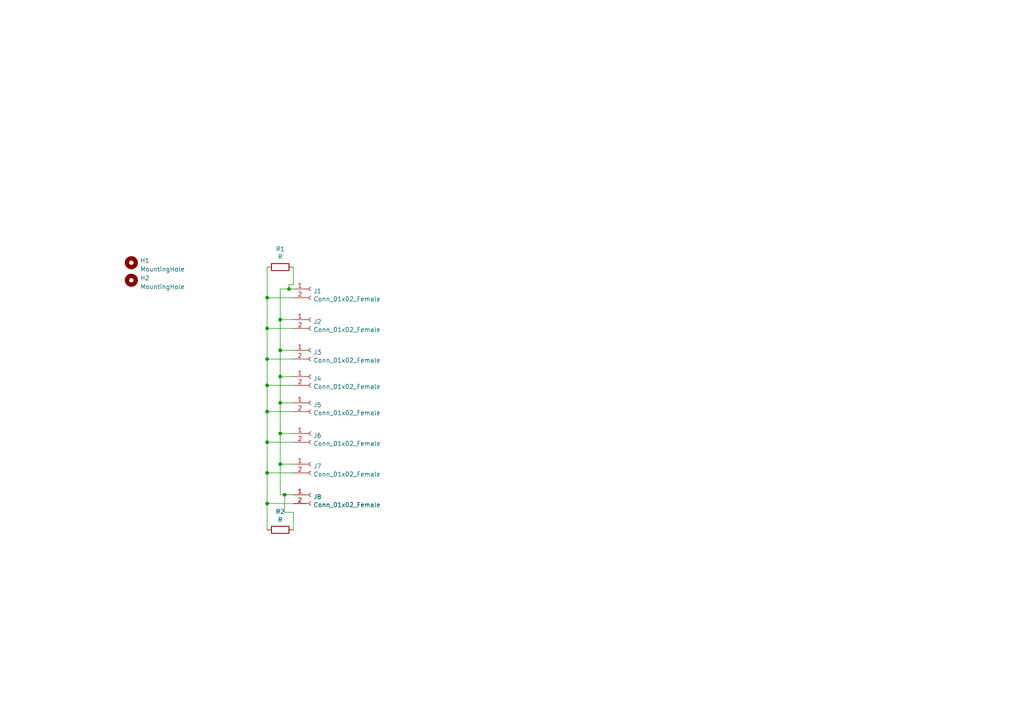
<source format=kicad_sch>
(kicad_sch (version 20230121) (generator eeschema)

  (uuid ca3e19f0-9912-4775-80b0-bff2ce409f48)

  (paper "A4")

  (lib_symbols
    (symbol "Can_Accumulation-rescue:Conn_01x02_Female-Connector" (pin_names (offset 1.016) hide) (in_bom yes) (on_board yes)
      (property "Reference" "J" (at 0 2.54 0)
        (effects (font (size 1.27 1.27)))
      )
      (property "Value" "Connector_Conn_01x02_Female" (at 0 -5.08 0)
        (effects (font (size 1.27 1.27)))
      )
      (property "Footprint" "" (at 0 0 0)
        (effects (font (size 1.27 1.27)) hide)
      )
      (property "Datasheet" "" (at 0 0 0)
        (effects (font (size 1.27 1.27)) hide)
      )
      (property "ki_fp_filters" "Connector*:*_1x??_*" (at 0 0 0)
        (effects (font (size 1.27 1.27)) hide)
      )
      (symbol "Conn_01x02_Female-Connector_1_1"
        (arc (start 0 -2.032) (mid -0.5058 -2.54) (end 0 -3.048)
          (stroke (width 0.1524) (type solid))
          (fill (type none))
        )
        (polyline
          (pts
            (xy -1.27 -2.54)
            (xy -0.508 -2.54)
          )
          (stroke (width 0.1524) (type solid))
          (fill (type none))
        )
        (polyline
          (pts
            (xy -1.27 0)
            (xy -0.508 0)
          )
          (stroke (width 0.1524) (type solid))
          (fill (type none))
        )
        (arc (start 0 0.508) (mid -0.5058 0) (end 0 -0.508)
          (stroke (width 0.1524) (type solid))
          (fill (type none))
        )
        (pin passive line (at -5.08 0 0) (length 3.81)
          (name "Pin_1" (effects (font (size 1.27 1.27))))
          (number "1" (effects (font (size 1.27 1.27))))
        )
        (pin passive line (at -5.08 -2.54 0) (length 3.81)
          (name "Pin_2" (effects (font (size 1.27 1.27))))
          (number "2" (effects (font (size 1.27 1.27))))
        )
      )
    )
    (symbol "Device:R" (pin_numbers hide) (pin_names (offset 0)) (in_bom yes) (on_board yes)
      (property "Reference" "R" (at 2.032 0 90)
        (effects (font (size 1.27 1.27)))
      )
      (property "Value" "R" (at 0 0 90)
        (effects (font (size 1.27 1.27)))
      )
      (property "Footprint" "" (at -1.778 0 90)
        (effects (font (size 1.27 1.27)) hide)
      )
      (property "Datasheet" "~" (at 0 0 0)
        (effects (font (size 1.27 1.27)) hide)
      )
      (property "ki_keywords" "R res resistor" (at 0 0 0)
        (effects (font (size 1.27 1.27)) hide)
      )
      (property "ki_description" "Resistor" (at 0 0 0)
        (effects (font (size 1.27 1.27)) hide)
      )
      (property "ki_fp_filters" "R_*" (at 0 0 0)
        (effects (font (size 1.27 1.27)) hide)
      )
      (symbol "R_0_1"
        (rectangle (start -1.016 -2.54) (end 1.016 2.54)
          (stroke (width 0.254) (type default))
          (fill (type none))
        )
      )
      (symbol "R_1_1"
        (pin passive line (at 0 3.81 270) (length 1.27)
          (name "~" (effects (font (size 1.27 1.27))))
          (number "1" (effects (font (size 1.27 1.27))))
        )
        (pin passive line (at 0 -3.81 90) (length 1.27)
          (name "~" (effects (font (size 1.27 1.27))))
          (number "2" (effects (font (size 1.27 1.27))))
        )
      )
    )
    (symbol "Mechanical:MountingHole" (pin_names (offset 1.016)) (in_bom yes) (on_board yes)
      (property "Reference" "H" (at 0 5.08 0)
        (effects (font (size 1.27 1.27)))
      )
      (property "Value" "MountingHole" (at 0 3.175 0)
        (effects (font (size 1.27 1.27)))
      )
      (property "Footprint" "" (at 0 0 0)
        (effects (font (size 1.27 1.27)) hide)
      )
      (property "Datasheet" "~" (at 0 0 0)
        (effects (font (size 1.27 1.27)) hide)
      )
      (property "ki_keywords" "mounting hole" (at 0 0 0)
        (effects (font (size 1.27 1.27)) hide)
      )
      (property "ki_description" "Mounting Hole without connection" (at 0 0 0)
        (effects (font (size 1.27 1.27)) hide)
      )
      (property "ki_fp_filters" "MountingHole*" (at 0 0 0)
        (effects (font (size 1.27 1.27)) hide)
      )
      (symbol "MountingHole_0_1"
        (circle (center 0 0) (radius 1.27)
          (stroke (width 1.27) (type default))
          (fill (type none))
        )
      )
    )
  )

  (junction (at 77.47 95.25) (diameter 0) (color 0 0 0 0)
    (uuid 0af603da-f419-44bf-b962-7c361a5964d5)
  )
  (junction (at 81.28 134.62) (diameter 0) (color 0 0 0 0)
    (uuid 27886113-4208-434f-b3de-1dc96e518ed3)
  )
  (junction (at 77.47 128.27) (diameter 0) (color 0 0 0 0)
    (uuid 36c3e026-6067-48cd-83fe-7e33b9654f26)
  )
  (junction (at 81.28 125.73) (diameter 0) (color 0 0 0 0)
    (uuid 529fc2cf-f043-4edc-acf9-abb3ee2b591b)
  )
  (junction (at 81.28 116.84) (diameter 0) (color 0 0 0 0)
    (uuid 59a09bea-e5f8-49f0-8c09-3c3f58fedec5)
  )
  (junction (at 82.55 143.51) (diameter 0) (color 0 0 0 0)
    (uuid 5ef5952a-0b06-44b7-bb53-277fd2e42834)
  )
  (junction (at 77.47 86.36) (diameter 0) (color 0 0 0 0)
    (uuid 746f06fe-5be8-41f1-934d-3f0ffac9c5b6)
  )
  (junction (at 77.47 146.05) (diameter 0) (color 0 0 0 0)
    (uuid 94ea189a-f2ad-439c-939c-b223b30b1f1d)
  )
  (junction (at 77.47 104.14) (diameter 0) (color 0 0 0 0)
    (uuid 9f86174d-c3ad-4e26-bfd9-f6900986444b)
  )
  (junction (at 77.47 137.16) (diameter 0) (color 0 0 0 0)
    (uuid bb65ae90-9fec-44b5-86f1-f72d83373beb)
  )
  (junction (at 81.28 92.71) (diameter 0) (color 0 0 0 0)
    (uuid c1ca4ca6-a3fe-4010-ad47-44b4139aacfe)
  )
  (junction (at 77.47 111.76) (diameter 0) (color 0 0 0 0)
    (uuid cd953aba-09bd-4153-824e-e2d4ad514c77)
  )
  (junction (at 81.28 101.6) (diameter 0) (color 0 0 0 0)
    (uuid d38c1859-019e-4df9-8551-b7afa8f5709b)
  )
  (junction (at 83.82 83.82) (diameter 0) (color 0 0 0 0)
    (uuid ddafed80-1f27-4170-b676-810904c6aac8)
  )
  (junction (at 77.47 119.38) (diameter 0) (color 0 0 0 0)
    (uuid fd75b31e-5802-4c47-99f1-95045a8dfa0b)
  )
  (junction (at 81.28 109.22) (diameter 0) (color 0 0 0 0)
    (uuid ff4486fb-b151-4eae-b7ba-33254eafb55f)
  )

  (wire (pts (xy 77.47 104.14) (xy 77.47 111.76))
    (stroke (width 0) (type default))
    (uuid 039c3fc6-b642-4604-9bdb-5b6aaf2d14c0)
  )
  (wire (pts (xy 85.09 86.36) (xy 77.47 86.36))
    (stroke (width 0) (type default))
    (uuid 070a6efe-b8f4-46d0-8ce9-a5741ca41803)
  )
  (wire (pts (xy 81.28 116.84) (xy 85.09 116.84))
    (stroke (width 0) (type default))
    (uuid 0b30ccc1-8a10-4eeb-94f1-8956f822721c)
  )
  (wire (pts (xy 77.47 119.38) (xy 77.47 128.27))
    (stroke (width 0) (type default))
    (uuid 0b5e2658-399e-491e-bf17-052ee093c8e0)
  )
  (wire (pts (xy 81.28 134.62) (xy 81.28 143.51))
    (stroke (width 0) (type default))
    (uuid 0fb388a7-2d1d-48bc-8830-8acecad8ea5c)
  )
  (wire (pts (xy 85.09 137.16) (xy 77.47 137.16))
    (stroke (width 0) (type default))
    (uuid 23453d93-8281-41bc-9e9e-6a07d1e5ba63)
  )
  (wire (pts (xy 81.28 125.73) (xy 81.28 116.84))
    (stroke (width 0) (type default))
    (uuid 2c09d94d-3db1-4fcc-9fcd-709e6c39aff4)
  )
  (wire (pts (xy 81.28 101.6) (xy 81.28 109.22))
    (stroke (width 0) (type default))
    (uuid 3861940a-5fa1-4239-a5b1-a27ae7175bbb)
  )
  (wire (pts (xy 83.82 82.55) (xy 83.82 83.82))
    (stroke (width 0) (type default))
    (uuid 38c12f6f-982b-485a-9297-f19affb97011)
  )
  (wire (pts (xy 81.28 109.22) (xy 81.28 116.84))
    (stroke (width 0) (type default))
    (uuid 392ea13e-d995-46ab-8be0-1ad6465a1d47)
  )
  (wire (pts (xy 85.09 146.05) (xy 77.47 146.05))
    (stroke (width 0) (type default))
    (uuid 3c0e4050-81ee-44bb-b2ce-e2e4afde55d6)
  )
  (wire (pts (xy 77.47 95.25) (xy 77.47 104.14))
    (stroke (width 0) (type default))
    (uuid 40416e5d-5ac5-4f1f-9014-499c44817ff5)
  )
  (wire (pts (xy 77.47 86.36) (xy 77.47 95.25))
    (stroke (width 0) (type default))
    (uuid 42986dfa-0629-4f72-ab15-dce8e8d82e27)
  )
  (wire (pts (xy 85.09 134.62) (xy 81.28 134.62))
    (stroke (width 0) (type default))
    (uuid 4a41bd81-0326-458d-aebe-5a24aab8ec5e)
  )
  (wire (pts (xy 81.28 92.71) (xy 81.28 101.6))
    (stroke (width 0) (type default))
    (uuid 5ca7a9be-6c2d-404d-a511-34fbbc03ce76)
  )
  (wire (pts (xy 77.47 146.05) (xy 77.47 137.16))
    (stroke (width 0) (type default))
    (uuid 70740a4f-1896-4a2b-864a-f6f3fff7ec0b)
  )
  (wire (pts (xy 77.47 111.76) (xy 77.47 119.38))
    (stroke (width 0) (type default))
    (uuid 73bbe852-5e3d-4fd0-981c-8e0dff787f56)
  )
  (wire (pts (xy 85.09 148.59) (xy 82.55 148.59))
    (stroke (width 0) (type default))
    (uuid 74864587-9873-4796-93dc-d7ddcc94e9d2)
  )
  (wire (pts (xy 81.28 109.22) (xy 85.09 109.22))
    (stroke (width 0) (type default))
    (uuid 7806bda9-af0d-429f-8f8f-eb424c3b1456)
  )
  (wire (pts (xy 82.55 148.59) (xy 82.55 143.51))
    (stroke (width 0) (type default))
    (uuid 7d5c1720-9b7b-4cdc-a873-0dd2b143468a)
  )
  (wire (pts (xy 85.09 82.55) (xy 83.82 82.55))
    (stroke (width 0) (type default))
    (uuid 83d0c73e-0e67-4230-854b-33bf43fe5fdb)
  )
  (wire (pts (xy 77.47 104.14) (xy 85.09 104.14))
    (stroke (width 0) (type default))
    (uuid 85d7cf3a-4ce9-4668-a787-9d1d6fcb9090)
  )
  (wire (pts (xy 81.28 92.71) (xy 85.09 92.71))
    (stroke (width 0) (type default))
    (uuid 87ad392d-d3dd-4821-a932-b34d7514b9e0)
  )
  (wire (pts (xy 81.28 83.82) (xy 81.28 92.71))
    (stroke (width 0) (type default))
    (uuid 9092fd2b-f622-48a2-b61f-04ec4725d957)
  )
  (wire (pts (xy 85.09 83.82) (xy 83.82 83.82))
    (stroke (width 0) (type default))
    (uuid a5e22513-a21e-4afb-8e2f-2721b2948ace)
  )
  (wire (pts (xy 77.47 146.05) (xy 77.47 153.67))
    (stroke (width 0) (type default))
    (uuid a7d33a9e-908c-4f88-8480-69d21c1cd09c)
  )
  (wire (pts (xy 85.09 125.73) (xy 81.28 125.73))
    (stroke (width 0) (type default))
    (uuid abc8e85c-41bf-4136-8c19-c1a66f36534b)
  )
  (wire (pts (xy 81.28 134.62) (xy 81.28 125.73))
    (stroke (width 0) (type default))
    (uuid b0a481f8-9f38-4190-9e77-143bc82c8e95)
  )
  (wire (pts (xy 83.82 83.82) (xy 81.28 83.82))
    (stroke (width 0) (type default))
    (uuid b8302d46-1e3f-4eae-af12-6097ff07844e)
  )
  (wire (pts (xy 82.55 143.51) (xy 81.28 143.51))
    (stroke (width 0) (type default))
    (uuid bc5838bc-3364-4353-a0a1-e0e12e19d112)
  )
  (wire (pts (xy 85.09 119.38) (xy 77.47 119.38))
    (stroke (width 0) (type default))
    (uuid be6008ee-669e-40d1-96f8-201d898ceed0)
  )
  (wire (pts (xy 81.28 101.6) (xy 85.09 101.6))
    (stroke (width 0) (type default))
    (uuid c10dd853-b4fc-4d75-8311-46e6a56e97bb)
  )
  (wire (pts (xy 85.09 143.51) (xy 82.55 143.51))
    (stroke (width 0) (type default))
    (uuid c218aeb1-0ae2-4cb3-a269-32b67480b3ac)
  )
  (wire (pts (xy 77.47 77.47) (xy 77.47 86.36))
    (stroke (width 0) (type default))
    (uuid cbfb574f-fe57-4d5c-9102-5beef573c681)
  )
  (wire (pts (xy 77.47 111.76) (xy 85.09 111.76))
    (stroke (width 0) (type default))
    (uuid d41857bb-b9df-49a1-ad76-40f99cc323b7)
  )
  (wire (pts (xy 77.47 95.25) (xy 85.09 95.25))
    (stroke (width 0) (type default))
    (uuid d8662995-b7a4-48b6-be3a-d95c1b5aeb67)
  )
  (wire (pts (xy 77.47 128.27) (xy 77.47 137.16))
    (stroke (width 0) (type default))
    (uuid e90738d7-168d-48be-a275-19f8fd70a1ac)
  )
  (wire (pts (xy 85.09 77.47) (xy 85.09 82.55))
    (stroke (width 0) (type default))
    (uuid e96e7dcc-e58e-4f28-a576-8df56c15156a)
  )
  (wire (pts (xy 85.09 128.27) (xy 77.47 128.27))
    (stroke (width 0) (type default))
    (uuid f065c7b8-0af2-482d-ad3b-fd90fcdbf41f)
  )
  (wire (pts (xy 85.09 153.67) (xy 85.09 148.59))
    (stroke (width 0) (type default))
    (uuid fe6dbc57-3bcc-4066-8d72-f2a021e1b72d)
  )

  (symbol (lib_id "Mechanical:MountingHole") (at 38.1 76.2 0) (unit 1)
    (in_bom yes) (on_board yes) (dnp no) (fields_autoplaced)
    (uuid 00e52b86-3cc3-4efa-800f-b96fd9e1eb00)
    (property "Reference" "H1" (at 40.64 75.565 0)
      (effects (font (size 1.27 1.27)) (justify left))
    )
    (property "Value" "MountingHole" (at 40.64 78.105 0)
      (effects (font (size 1.27 1.27)) (justify left))
    )
    (property "Footprint" "MountingHole:MountingHole_3.2mm_M3_ISO7380_Pad" (at 38.1 76.2 0)
      (effects (font (size 1.27 1.27)) hide)
    )
    (property "Datasheet" "~" (at 38.1 76.2 0)
      (effects (font (size 1.27 1.27)) hide)
    )
    (instances
      (project "main_board"
        (path "/3c67ef6c-b383-4c97-afca-478d2ca996ea"
          (reference "H1") (unit 1)
        )
      )
      (project "can_bus"
        (path "/ca3e19f0-9912-4775-80b0-bff2ce409f48"
          (reference "H1") (unit 1)
        )
      )
    )
  )

  (symbol (lib_id "Can_Accumulation-rescue:Conn_01x02_Female-Connector") (at 90.17 83.82 0) (unit 1)
    (in_bom yes) (on_board yes) (dnp no)
    (uuid 079f6d7e-6a0f-4d42-80f0-be5241a67ade)
    (property "Reference" "J1" (at 90.8812 84.4296 0)
      (effects (font (size 1.27 1.27)) (justify left))
    )
    (property "Value" "Conn_01x02_Female" (at 90.8812 86.741 0)
      (effects (font (size 1.27 1.27)) (justify left))
    )
    (property "Footprint" "Connector_JST:JST_XH_S2B-XH-A_1x02_P2.50mm_Horizontal" (at 90.17 83.82 0)
      (effects (font (size 1.27 1.27)) hide)
    )
    (property "Datasheet" "~" (at 90.17 83.82 0)
      (effects (font (size 1.27 1.27)) hide)
    )
    (pin "1" (uuid d96c1c18-12de-4d67-b1a0-a966ffbb5176))
    (pin "2" (uuid 4138088c-abcd-46f2-90ff-bfdd887ab3c2))
    (instances
      (project "Can_Accumulation"
        (path "/910b5dda-d5e5-476b-8a1b-3a48b4d0392b"
          (reference "J1") (unit 1)
        )
      )
      (project "can_bus"
        (path "/ca3e19f0-9912-4775-80b0-bff2ce409f48"
          (reference "J1") (unit 1)
        )
      )
    )
  )

  (symbol (lib_id "Can_Accumulation-rescue:Conn_01x02_Female-Connector") (at 90.17 116.84 0) (unit 1)
    (in_bom yes) (on_board yes) (dnp no)
    (uuid 10b096b6-1017-4b9b-9654-2f262e98d933)
    (property "Reference" "J5" (at 90.8812 117.4496 0)
      (effects (font (size 1.27 1.27)) (justify left))
    )
    (property "Value" "Conn_01x02_Female" (at 90.8812 119.761 0)
      (effects (font (size 1.27 1.27)) (justify left))
    )
    (property "Footprint" "Connector_JST:JST_XH_S2B-XH-A_1x02_P2.50mm_Horizontal" (at 90.17 116.84 0)
      (effects (font (size 1.27 1.27)) hide)
    )
    (property "Datasheet" "~" (at 90.17 116.84 0)
      (effects (font (size 1.27 1.27)) hide)
    )
    (pin "1" (uuid 69d2d243-ddee-4680-8348-04c72bdd1420))
    (pin "2" (uuid 95026290-ef5e-406f-a280-02cbfc00e788))
    (instances
      (project "Can_Accumulation"
        (path "/910b5dda-d5e5-476b-8a1b-3a48b4d0392b"
          (reference "J5") (unit 1)
        )
      )
      (project "can_bus"
        (path "/ca3e19f0-9912-4775-80b0-bff2ce409f48"
          (reference "J5") (unit 1)
        )
      )
    )
  )

  (symbol (lib_id "Can_Accumulation-rescue:Conn_01x02_Female-Connector") (at 90.17 92.71 0) (unit 1)
    (in_bom yes) (on_board yes) (dnp no)
    (uuid 1791fb9b-fd8a-4f57-b2fd-a4c4d4d7f75b)
    (property "Reference" "J2" (at 90.8812 93.3196 0)
      (effects (font (size 1.27 1.27)) (justify left))
    )
    (property "Value" "Conn_01x02_Female" (at 90.8812 95.631 0)
      (effects (font (size 1.27 1.27)) (justify left))
    )
    (property "Footprint" "Connector_JST:JST_XH_S2B-XH-A_1x02_P2.50mm_Horizontal" (at 90.17 92.71 0)
      (effects (font (size 1.27 1.27)) hide)
    )
    (property "Datasheet" "~" (at 90.17 92.71 0)
      (effects (font (size 1.27 1.27)) hide)
    )
    (pin "1" (uuid 6cc854ce-1eac-49d0-9273-48fc83737812))
    (pin "2" (uuid 7c8d93d3-bf45-40ea-9d8f-c4bf9fe49d19))
    (instances
      (project "Can_Accumulation"
        (path "/910b5dda-d5e5-476b-8a1b-3a48b4d0392b"
          (reference "J2") (unit 1)
        )
      )
      (project "can_bus"
        (path "/ca3e19f0-9912-4775-80b0-bff2ce409f48"
          (reference "J2") (unit 1)
        )
      )
    )
  )

  (symbol (lib_id "Can_Accumulation-rescue:Conn_01x02_Female-Connector") (at 90.17 134.62 0) (unit 1)
    (in_bom yes) (on_board yes) (dnp no)
    (uuid 288e0a24-65ed-4be5-995c-da8b8836b0d8)
    (property "Reference" "J5" (at 90.8812 135.2296 0)
      (effects (font (size 1.27 1.27)) (justify left))
    )
    (property "Value" "Conn_01x02_Female" (at 90.8812 137.541 0)
      (effects (font (size 1.27 1.27)) (justify left))
    )
    (property "Footprint" "Connector_JST:JST_XH_S2B-XH-A_1x02_P2.50mm_Horizontal" (at 90.17 134.62 0)
      (effects (font (size 1.27 1.27)) hide)
    )
    (property "Datasheet" "~" (at 90.17 134.62 0)
      (effects (font (size 1.27 1.27)) hide)
    )
    (pin "1" (uuid 1fbefa70-ca81-44c7-a38e-729cac288f88))
    (pin "2" (uuid e4fa91b3-43cf-4179-92e0-666a3e47fa1b))
    (instances
      (project "Can_Accumulation"
        (path "/910b5dda-d5e5-476b-8a1b-3a48b4d0392b"
          (reference "J5") (unit 1)
        )
      )
      (project "can_bus"
        (path "/ca3e19f0-9912-4775-80b0-bff2ce409f48"
          (reference "J7") (unit 1)
        )
      )
    )
  )

  (symbol (lib_id "Mechanical:MountingHole") (at 38.1 81.28 0) (unit 1)
    (in_bom yes) (on_board yes) (dnp no) (fields_autoplaced)
    (uuid 318b9483-8ed1-4625-9af9-957c3c705557)
    (property "Reference" "H3" (at 40.64 80.645 0)
      (effects (font (size 1.27 1.27)) (justify left))
    )
    (property "Value" "MountingHole" (at 40.64 83.185 0)
      (effects (font (size 1.27 1.27)) (justify left))
    )
    (property "Footprint" "MountingHole:MountingHole_3.2mm_M3_ISO7380_Pad" (at 38.1 81.28 0)
      (effects (font (size 1.27 1.27)) hide)
    )
    (property "Datasheet" "~" (at 38.1 81.28 0)
      (effects (font (size 1.27 1.27)) hide)
    )
    (instances
      (project "main_board"
        (path "/3c67ef6c-b383-4c97-afca-478d2ca996ea"
          (reference "H3") (unit 1)
        )
      )
      (project "can_bus"
        (path "/ca3e19f0-9912-4775-80b0-bff2ce409f48"
          (reference "H2") (unit 1)
        )
      )
    )
  )

  (symbol (lib_id "Device:R") (at 81.28 77.47 270) (unit 1)
    (in_bom yes) (on_board yes) (dnp no)
    (uuid 4df47a43-6724-4bb3-99e2-eb63bcecf8d6)
    (property "Reference" "R1" (at 81.28 72.2122 90)
      (effects (font (size 1.27 1.27)))
    )
    (property "Value" "R" (at 81.28 74.5236 90)
      (effects (font (size 1.27 1.27)))
    )
    (property "Footprint" "Resistor_THT:R_Axial_DIN0204_L3.6mm_D1.6mm_P7.62mm_Horizontal" (at 81.28 75.692 90)
      (effects (font (size 1.27 1.27)) hide)
    )
    (property "Datasheet" "~" (at 81.28 77.47 0)
      (effects (font (size 1.27 1.27)) hide)
    )
    (pin "1" (uuid bac04b67-1af1-457a-b519-af71f16cbadd))
    (pin "2" (uuid a799c870-2ab8-4ca8-9495-e1fa9c3d61bb))
    (instances
      (project "Can_Accumulation"
        (path "/910b5dda-d5e5-476b-8a1b-3a48b4d0392b"
          (reference "R1") (unit 1)
        )
      )
      (project "can_bus"
        (path "/ca3e19f0-9912-4775-80b0-bff2ce409f48"
          (reference "R1") (unit 1)
        )
      )
    )
  )

  (symbol (lib_id "Can_Accumulation-rescue:Conn_01x02_Female-Connector") (at 90.17 125.73 0) (unit 1)
    (in_bom yes) (on_board yes) (dnp no)
    (uuid 57d98571-c11f-4fbe-9232-ed5f60ba1c76)
    (property "Reference" "J5" (at 90.8812 126.3396 0)
      (effects (font (size 1.27 1.27)) (justify left))
    )
    (property "Value" "Conn_01x02_Female" (at 90.8812 128.651 0)
      (effects (font (size 1.27 1.27)) (justify left))
    )
    (property "Footprint" "Connector_JST:JST_XH_S2B-XH-A_1x02_P2.50mm_Horizontal" (at 90.17 125.73 0)
      (effects (font (size 1.27 1.27)) hide)
    )
    (property "Datasheet" "~" (at 90.17 125.73 0)
      (effects (font (size 1.27 1.27)) hide)
    )
    (pin "1" (uuid b9f43c37-c236-4f21-960c-69f9230a3ca7))
    (pin "2" (uuid d9a28100-8556-4adf-9ec7-9ba3225b3f34))
    (instances
      (project "Can_Accumulation"
        (path "/910b5dda-d5e5-476b-8a1b-3a48b4d0392b"
          (reference "J5") (unit 1)
        )
      )
      (project "can_bus"
        (path "/ca3e19f0-9912-4775-80b0-bff2ce409f48"
          (reference "J6") (unit 1)
        )
      )
    )
  )

  (symbol (lib_id "Device:R") (at 81.28 153.67 270) (unit 1)
    (in_bom yes) (on_board yes) (dnp no)
    (uuid 8068ee83-8d9a-4a11-b157-91dd7a560a6b)
    (property "Reference" "R2" (at 81.28 148.4122 90)
      (effects (font (size 1.27 1.27)))
    )
    (property "Value" "R" (at 81.28 150.7236 90)
      (effects (font (size 1.27 1.27)))
    )
    (property "Footprint" "Resistor_THT:R_Axial_DIN0204_L3.6mm_D1.6mm_P7.62mm_Horizontal" (at 81.28 151.892 90)
      (effects (font (size 1.27 1.27)) hide)
    )
    (property "Datasheet" "~" (at 81.28 153.67 0)
      (effects (font (size 1.27 1.27)) hide)
    )
    (pin "1" (uuid 8b0b513a-b1fd-4f32-96af-b2dc45f834e8))
    (pin "2" (uuid 9ce0ef2f-b5ef-4c97-b459-06bb1ba1a5ea))
    (instances
      (project "Can_Accumulation"
        (path "/910b5dda-d5e5-476b-8a1b-3a48b4d0392b"
          (reference "R2") (unit 1)
        )
      )
      (project "can_bus"
        (path "/ca3e19f0-9912-4775-80b0-bff2ce409f48"
          (reference "R2") (unit 1)
        )
      )
    )
  )

  (symbol (lib_id "Can_Accumulation-rescue:Conn_01x02_Female-Connector") (at 90.17 109.22 0) (unit 1)
    (in_bom yes) (on_board yes) (dnp no)
    (uuid b9e11119-3ee1-481c-8ab8-2c0b980b986a)
    (property "Reference" "J4" (at 90.8812 109.8296 0)
      (effects (font (size 1.27 1.27)) (justify left))
    )
    (property "Value" "Conn_01x02_Female" (at 90.8812 112.141 0)
      (effects (font (size 1.27 1.27)) (justify left))
    )
    (property "Footprint" "Connector_JST:JST_XH_S2B-XH-A_1x02_P2.50mm_Horizontal" (at 90.17 109.22 0)
      (effects (font (size 1.27 1.27)) hide)
    )
    (property "Datasheet" "~" (at 90.17 109.22 0)
      (effects (font (size 1.27 1.27)) hide)
    )
    (pin "1" (uuid 3a202aad-baa5-4ee9-885b-393710e9190e))
    (pin "2" (uuid 8230d03a-d84c-4ee4-bbc5-0ddb35c4445c))
    (instances
      (project "Can_Accumulation"
        (path "/910b5dda-d5e5-476b-8a1b-3a48b4d0392b"
          (reference "J4") (unit 1)
        )
      )
      (project "can_bus"
        (path "/ca3e19f0-9912-4775-80b0-bff2ce409f48"
          (reference "J4") (unit 1)
        )
      )
    )
  )

  (symbol (lib_id "Can_Accumulation-rescue:Conn_01x02_Female-Connector") (at 90.17 101.6 0) (unit 1)
    (in_bom yes) (on_board yes) (dnp no)
    (uuid c84f0fd9-55aa-4612-b26f-3d72a1150e2b)
    (property "Reference" "J3" (at 90.8812 102.2096 0)
      (effects (font (size 1.27 1.27)) (justify left))
    )
    (property "Value" "Conn_01x02_Female" (at 90.8812 104.521 0)
      (effects (font (size 1.27 1.27)) (justify left))
    )
    (property "Footprint" "Connector_JST:JST_XH_S2B-XH-A_1x02_P2.50mm_Horizontal" (at 90.17 101.6 0)
      (effects (font (size 1.27 1.27)) hide)
    )
    (property "Datasheet" "~" (at 90.17 101.6 0)
      (effects (font (size 1.27 1.27)) hide)
    )
    (pin "1" (uuid 51854668-df06-48b1-a336-58ac2f1fa034))
    (pin "2" (uuid 6d9a23a2-8657-4360-a40b-b88b112bb87a))
    (instances
      (project "Can_Accumulation"
        (path "/910b5dda-d5e5-476b-8a1b-3a48b4d0392b"
          (reference "J3") (unit 1)
        )
      )
      (project "can_bus"
        (path "/ca3e19f0-9912-4775-80b0-bff2ce409f48"
          (reference "J3") (unit 1)
        )
      )
    )
  )

  (symbol (lib_id "Can_Accumulation-rescue:Conn_01x02_Female-Connector") (at 90.17 143.51 0) (unit 1)
    (in_bom yes) (on_board yes) (dnp no)
    (uuid c8a5b809-05d3-4432-b115-406aad3e768b)
    (property "Reference" "J5" (at 90.8812 144.1196 0)
      (effects (font (size 1.27 1.27)) (justify left))
    )
    (property "Value" "Conn_01x02_Female" (at 90.8812 146.431 0)
      (effects (font (size 1.27 1.27)) (justify left))
    )
    (property "Footprint" "Connector_JST:JST_XH_S2B-XH-A_1x02_P2.50mm_Horizontal" (at 90.17 143.51 0)
      (effects (font (size 1.27 1.27)) hide)
    )
    (property "Datasheet" "~" (at 90.17 143.51 0)
      (effects (font (size 1.27 1.27)) hide)
    )
    (pin "1" (uuid 1847ed56-dcef-466d-b6b8-e8dfe92b449f))
    (pin "2" (uuid 0466e7a4-bb1a-44ef-9cb4-dd41ab86a380))
    (instances
      (project "Can_Accumulation"
        (path "/910b5dda-d5e5-476b-8a1b-3a48b4d0392b"
          (reference "J5") (unit 1)
        )
      )
      (project "can_bus"
        (path "/ca3e19f0-9912-4775-80b0-bff2ce409f48"
          (reference "J8") (unit 1)
        )
      )
    )
  )

  (sheet_instances
    (path "/" (page "1"))
  )
)

</source>
